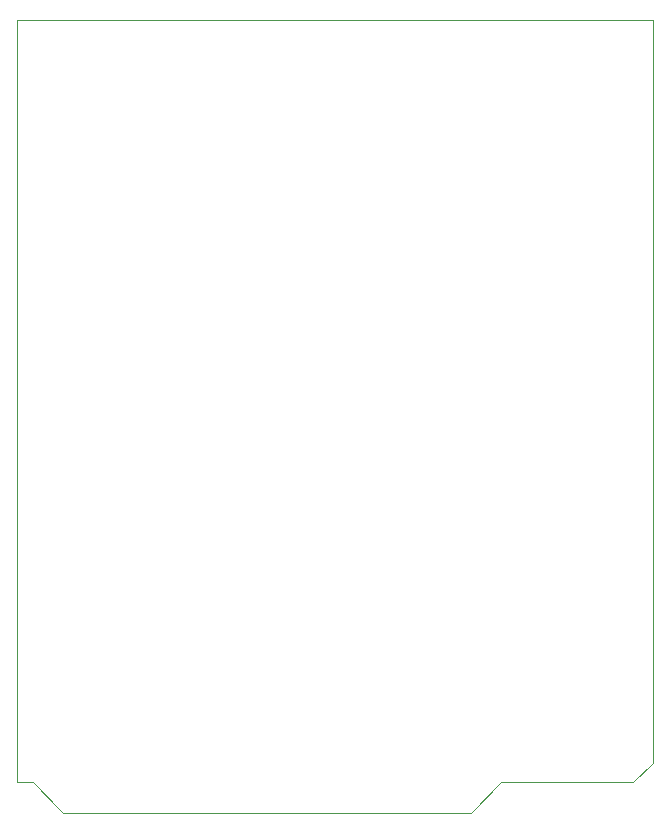
<source format=gm1>
G04 #@! TF.GenerationSoftware,KiCad,Pcbnew,7.0.0*
G04 #@! TF.CreationDate,2023-03-02T16:39:17-08:00*
G04 #@! TF.ProjectId,KYBERNETES-CHASSIS-SHIELD,4b594245-524e-4455-9445-532d43484153,rev?*
G04 #@! TF.SameCoordinates,Original*
G04 #@! TF.FileFunction,Profile,NP*
%FSLAX46Y46*%
G04 Gerber Fmt 4.6, Leading zero omitted, Abs format (unit mm)*
G04 Created by KiCad (PCBNEW 7.0.0) date 2023-03-02 16:39:17*
%MOMM*%
%LPD*%
G01*
G04 APERTURE LIST*
G04 #@! TA.AperFunction,Profile*
%ADD10C,0.100000*%
G04 #@! TD*
G04 APERTURE END LIST*
D10*
X178725000Y-127525000D02*
X177075000Y-129175000D01*
X128675000Y-131575000D02*
X126275000Y-129175000D01*
X178725000Y-73250000D02*
X178725000Y-127525000D01*
X163350000Y-131725000D02*
X128825000Y-131725000D01*
X124875000Y-64610000D02*
X178725000Y-64610000D01*
X177075000Y-129175000D02*
X165900000Y-129175000D01*
X128825000Y-131725000D02*
X128675000Y-131575000D01*
X165900000Y-129175000D02*
X163350000Y-131725000D01*
X126275000Y-129175000D02*
X124875000Y-129175000D01*
X124875000Y-73250000D02*
X124875000Y-64610000D01*
X178725000Y-64610000D02*
X178725000Y-73250000D01*
X124875000Y-73250000D02*
X124875000Y-129175000D01*
M02*

</source>
